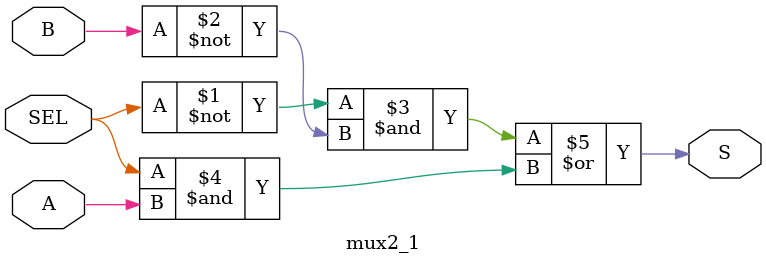
<source format=sv>
`timescale 1ns / 1ns

module mux2_1(input wire A, input wire B, input wire SEL, output wire S);
    assign S = (~SEL & ~B) | (SEL & A);
endmodule
</source>
